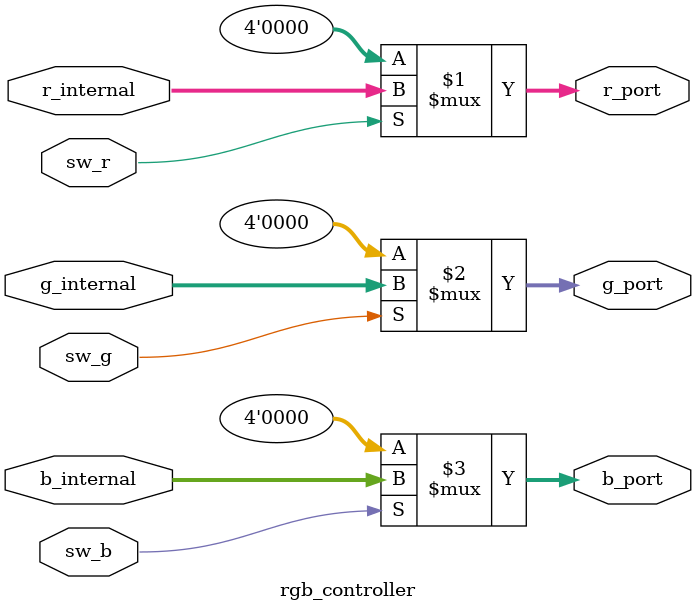
<source format=sv>
`timescale 1ns / 1ps

module rgb_controller (
    input  logic       sw_r,
    input  logic       sw_g,
    input  logic       sw_b,
    input  logic [3:0] r_internal,
    input  logic [3:0] g_internal,
    input  logic [3:0] b_internal,
    output logic [3:0] r_port,
    output logic [3:0] g_port,
    output logic [3:0] b_port
);

    assign r_port = sw_r ? r_internal : 4'b0;
    assign g_port = sw_g ? g_internal : 4'b0;
    assign b_port = sw_b ? b_internal : 4'b0;

endmodule

</source>
